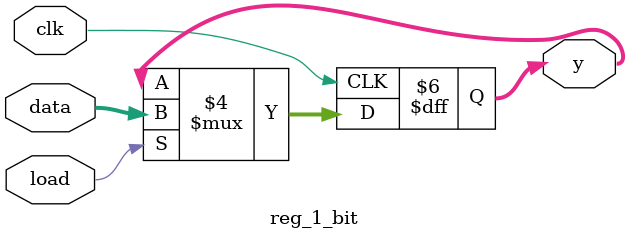
<source format=v>
module reg_1_bit
		(input load,clk,
		input [7:0] data,
		output reg [7:0] y);
		
		
	always @ (posedge clk) begin	
	if (load == 1'b1) begin
			y <= data;
			end
	else begin
			y <= y;
			end
	end
		
endmodule



</source>
